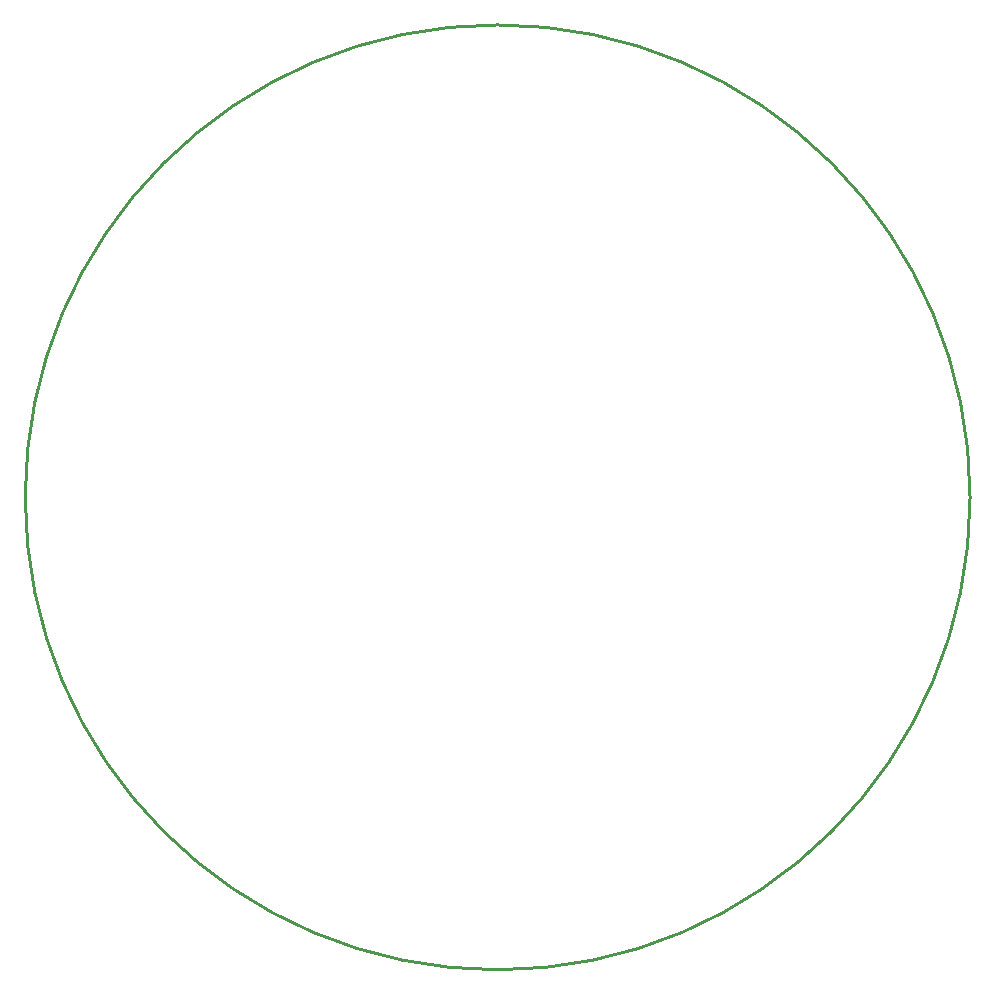
<source format=gko>
G04 Layer: BoardOutlineLayer*
G04 EasyEDA v6.5.42, 2024-04-05 23:01:38*
G04 9a974a588d324e8b8ed75c96a1a2608a,45826c4407594220944428adbfc87ba6,10*
G04 Gerber Generator version 0.2*
G04 Scale: 100 percent, Rotated: No, Reflected: No *
G04 Dimensions in millimeters *
G04 leading zeros omitted , absolute positions ,4 integer and 5 decimal *
%FSLAX45Y45*%
%MOMM*%

%ADD10C,0.2540*%
D10*
G75*
G01
X9999980Y8299983D02*
G03X9999980Y8299983I-3999992J0D01*

%LPD*%
M02*

</source>
